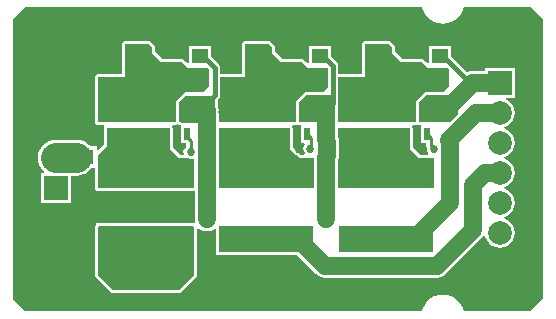
<source format=gtl>
%FSLAX25Y25*%
%MOIN*%
G70*
G01*
G75*
G04 Layer_Physical_Order=1*
G04 Layer_Color=255*
%ADD10R,0.08600X0.06000*%
%ADD11R,0.07087X0.05118*%
%ADD12R,0.02165X0.04134*%
%ADD13R,0.05118X0.07087*%
%ADD14R,0.31496X0.08661*%
%ADD15R,0.05315X0.04724*%
%ADD16C,0.03000*%
%ADD17C,0.06000*%
%ADD18C,0.02000*%
%ADD19C,0.01500*%
%ADD20C,0.01000*%
%ADD21C,0.10000*%
%ADD22C,0.07874*%
%ADD23R,0.07874X0.07874*%
%ADD24C,0.25000*%
%ADD25C,0.02700*%
G36*
X1038216Y714261D02*
Y620864D01*
X1034198Y616847D01*
X1012068D01*
X1011777Y617807D01*
X1011099Y619075D01*
X1010187Y620187D01*
X1009075Y621099D01*
X1007807Y621777D01*
X1006431Y622194D01*
X1005000Y622335D01*
X1003569Y622194D01*
X1002193Y621777D01*
X1000925Y621099D01*
X999813Y620187D01*
X998901Y619075D01*
X998223Y617807D01*
X997913Y616784D01*
X865739D01*
X861784Y620739D01*
Y714261D01*
X865739Y718216D01*
X997913D01*
X998223Y717193D01*
X998901Y715925D01*
X999813Y714813D01*
X1000925Y713901D01*
X1002193Y713223D01*
X1003569Y712806D01*
X1005000Y712665D01*
X1006431Y712806D01*
X1007807Y713223D01*
X1009075Y713901D01*
X1010187Y714813D01*
X1011099Y715925D01*
X1011777Y717193D01*
X1012087Y718216D01*
X1034261D01*
X1038216Y714261D01*
D02*
G37*
%LPC*%
G36*
X987000Y707020D02*
X979000D01*
X978610Y706942D01*
X978279Y706721D01*
X978058Y706390D01*
X977980Y706000D01*
Y696020D01*
X970192D01*
Y698593D01*
X970056Y699275D01*
X969669Y699854D01*
X969669Y699854D01*
X967657Y701866D01*
Y705394D01*
X960343D01*
Y699753D01*
X959881Y699561D01*
X959442Y700000D01*
X958721Y700721D01*
X958390Y700942D01*
X958000Y701020D01*
X951422D01*
X949020Y703422D01*
Y705000D01*
X948942Y705390D01*
X948721Y705721D01*
X947721Y706721D01*
X947390Y706942D01*
X947000Y707020D01*
X939000D01*
X938610Y706942D01*
X938279Y706721D01*
X938058Y706390D01*
X937980Y706000D01*
Y696020D01*
X930767D01*
Y698018D01*
X930767Y698018D01*
X930631Y698701D01*
X930437Y698990D01*
X930244Y699279D01*
X930244Y699279D01*
X927658Y701866D01*
Y705394D01*
X920343D01*
Y699753D01*
X919881Y699561D01*
X919442Y700000D01*
X918721Y700721D01*
X918390Y700942D01*
X918000Y701020D01*
X911422D01*
X909020Y703422D01*
Y705000D01*
X908942Y705390D01*
X908721Y705721D01*
X907721Y706721D01*
X907390Y706942D01*
X907000Y707020D01*
X899000D01*
X898610Y706942D01*
X898279Y706721D01*
X898058Y706390D01*
X897980Y706000D01*
Y696020D01*
X890000D01*
X889610Y695942D01*
X889279Y695721D01*
X889058Y695390D01*
X888980Y695000D01*
Y680000D01*
X889058Y679610D01*
X889279Y679279D01*
X889610Y679058D01*
X890000Y678980D01*
X891922D01*
X892158Y678539D01*
X892058Y678390D01*
X891980Y678000D01*
Y672422D01*
X890005Y670447D01*
X889543Y670639D01*
Y671850D01*
X887543D01*
X887163Y672313D01*
X886250Y673063D01*
X885207Y673620D01*
X884076Y673963D01*
X882900Y674079D01*
X875900D01*
X874724Y673963D01*
X873593Y673620D01*
X872550Y673063D01*
X871637Y672313D01*
X870887Y671399D01*
X870330Y670357D01*
X869987Y669226D01*
X869871Y668050D01*
X869987Y666874D01*
X870330Y665743D01*
X870887Y664701D01*
X871637Y663787D01*
X872099Y663408D01*
X871930Y662937D01*
X871063D01*
Y653063D01*
X880937D01*
Y662021D01*
X882900D01*
X884076Y662137D01*
X885207Y662480D01*
X886250Y663037D01*
X887163Y663787D01*
X887913Y664701D01*
X887930Y664732D01*
X888980D01*
Y658000D01*
X889058Y657610D01*
X889279Y657279D01*
X889610Y657058D01*
X890000Y656980D01*
X922000D01*
X922217Y656802D01*
Y654252D01*
X922229Y654163D01*
X922221Y654073D01*
X922266Y653824D01*
Y647500D01*
X922399Y646486D01*
X922069Y646110D01*
X889252D01*
Y645681D01*
X889058Y645390D01*
X888980Y645000D01*
Y629000D01*
X889058Y628610D01*
X889279Y628279D01*
X894279Y623279D01*
X894610Y623058D01*
X895000Y622980D01*
X917000D01*
X917390Y623058D01*
X917721Y623279D01*
X922721Y628279D01*
X922942Y628610D01*
X923020Y629000D01*
Y644319D01*
X923351Y644573D01*
X923468Y644631D01*
X924283Y644006D01*
X925256Y643603D01*
X926300Y643466D01*
X927344Y643603D01*
X928317Y644006D01*
X928804Y644379D01*
X929252Y644158D01*
Y635449D01*
X956405D01*
X962706Y629147D01*
X963542Y628506D01*
X964515Y628103D01*
X965559Y627965D01*
X1002956D01*
X1002956Y627965D01*
X1004000Y628103D01*
X1004973Y628506D01*
X1005809Y629147D01*
X1017853Y641191D01*
X1017853Y641191D01*
X1018494Y642027D01*
X1018494Y642027D01*
X1018696Y642229D01*
X1019080Y642196D01*
X1019190Y641711D01*
Y641711D01*
X1019190Y641711D01*
X1019687Y640510D01*
X1020479Y639479D01*
X1021510Y638688D01*
X1022711Y638190D01*
X1024000Y638020D01*
X1025289Y638190D01*
X1026490Y638688D01*
X1027521Y639479D01*
X1028312Y640510D01*
X1028810Y641711D01*
X1028980Y643000D01*
X1028810Y644289D01*
X1028312Y645490D01*
X1027521Y646521D01*
X1026490Y647312D01*
X1025434Y647750D01*
Y648250D01*
X1026490Y648688D01*
X1027521Y649479D01*
X1028312Y650510D01*
X1028810Y651711D01*
X1028980Y653000D01*
X1028810Y654289D01*
X1028312Y655490D01*
X1027521Y656521D01*
X1026490Y657312D01*
X1025434Y657750D01*
Y658250D01*
X1026490Y658687D01*
X1027521Y659479D01*
X1028312Y660510D01*
X1028810Y661711D01*
X1028980Y663000D01*
X1028810Y664289D01*
X1028312Y665490D01*
X1027521Y666521D01*
X1026490Y667312D01*
X1025434Y667750D01*
Y668250D01*
X1026490Y668687D01*
X1027521Y669479D01*
X1028312Y670510D01*
X1028810Y671711D01*
X1028980Y673000D01*
X1028810Y674289D01*
X1028312Y675490D01*
X1027521Y676521D01*
X1026490Y677313D01*
X1025434Y677750D01*
Y678250D01*
X1026490Y678687D01*
X1027521Y679479D01*
X1028312Y680510D01*
X1028810Y681711D01*
X1028980Y683000D01*
X1028810Y684289D01*
X1028312Y685490D01*
X1027521Y686521D01*
X1026490Y687313D01*
X1025862Y687573D01*
X1025959Y688063D01*
X1028937D01*
Y697937D01*
X1019063D01*
Y697035D01*
X1015000D01*
X1013956Y696897D01*
X1013016Y696508D01*
X1007658Y701866D01*
Y705394D01*
X1000342D01*
Y699753D01*
X999881Y699561D01*
X999442Y700000D01*
X998721Y700721D01*
X998390Y700942D01*
X998000Y701020D01*
X991422D01*
X989020Y703422D01*
Y705000D01*
X988942Y705390D01*
X988721Y705721D01*
X987721Y706721D01*
X987390Y706942D01*
X987000Y707020D01*
D02*
G37*
%LPD*%
G36*
X993917Y672898D02*
X993961D01*
Y672431D01*
X994000Y672234D01*
Y671000D01*
X997000Y668000D01*
X1002000D01*
Y658000D01*
X970035D01*
Y667153D01*
X970149Y667430D01*
X970223Y667992D01*
X970397Y668412D01*
X970535Y669456D01*
X970535Y669456D01*
Y673278D01*
X970535Y673278D01*
X970397Y674322D01*
X970035Y675198D01*
Y678000D01*
X993917D01*
Y672898D01*
D02*
G37*
G36*
X916546Y679114D02*
X916629Y679058D01*
X916728Y679038D01*
X916821Y679000D01*
X917657Y678834D01*
Y672898D01*
X919373D01*
Y671804D01*
X919208Y671694D01*
X918688Y670917D01*
X918506Y670000D01*
X918624Y669406D01*
X918307Y669020D01*
X917422D01*
X915020Y671422D01*
Y671803D01*
X915000Y671902D01*
Y672002D01*
X914980Y672100D01*
Y672898D01*
X914937Y673116D01*
Y678000D01*
X914859Y678390D01*
X914760Y678539D01*
X914995Y678980D01*
X916000D01*
X916390Y679058D01*
X916501Y679132D01*
X916546Y679114D01*
D02*
G37*
G36*
X956629Y679058D02*
X957020Y678980D01*
X957658D01*
Y672898D01*
X958663D01*
X958899Y672457D01*
X958538Y671917D01*
X958356Y671000D01*
X958538Y670083D01*
X958954Y669460D01*
X958719Y669020D01*
X957422D01*
X956967Y669475D01*
X956884Y669531D01*
X956812Y669602D01*
X956720Y669640D01*
X956636Y669696D01*
X956538Y669715D01*
X956511Y669726D01*
X956041Y670041D01*
X955726Y670511D01*
X955715Y670538D01*
X955696Y670636D01*
X955640Y670720D01*
X955602Y670813D01*
X955531Y670884D01*
X955475Y670967D01*
X955020Y671422D01*
Y671803D01*
X955000Y671902D01*
Y672002D01*
X954980Y672100D01*
Y672898D01*
X954937Y673116D01*
Y678000D01*
X954859Y678390D01*
X954760Y678539D01*
X954995Y678980D01*
X956000D01*
X956390Y679058D01*
X956510Y679138D01*
X956629Y679058D01*
D02*
G37*
G36*
X922000Y629000D02*
X917000Y624000D01*
X895000D01*
X890000Y629000D01*
Y645000D01*
X922000D01*
Y629000D01*
D02*
G37*
G36*
X913917Y672898D02*
X913961D01*
Y672000D01*
X914000Y671803D01*
Y671000D01*
X917000Y668000D01*
X919665D01*
X919985Y667786D01*
X920902Y667604D01*
X921614Y667745D01*
X922000Y667428D01*
Y658000D01*
X890000D01*
Y669000D01*
X893000Y672000D01*
Y678000D01*
X913917D01*
Y672898D01*
D02*
G37*
G36*
X953917D02*
X953961D01*
Y672000D01*
X954000Y671803D01*
Y671000D01*
X954754Y670246D01*
X954786Y670083D01*
X955306Y669306D01*
X956083Y668786D01*
X956246Y668754D01*
X957000Y668000D01*
X961965D01*
Y658000D01*
X930287D01*
Y678000D01*
X953917D01*
Y672898D01*
D02*
G37*
G36*
X996629Y679058D02*
X997020Y678980D01*
X997657D01*
Y672898D01*
X999471D01*
Y672000D01*
X999587Y671415D01*
X999664Y671300D01*
X999604Y671000D01*
X999786Y670083D01*
X1000202Y669460D01*
X999967Y669020D01*
X997422D01*
X995020Y671422D01*
Y672234D01*
X995000Y672333D01*
Y672433D01*
X994980Y672532D01*
Y672898D01*
X994937Y673116D01*
Y678000D01*
X994859Y678390D01*
X994760Y678539D01*
X994995Y678980D01*
X996000D01*
X996390Y679058D01*
X996510Y679138D01*
X996629Y679058D01*
D02*
G37*
G36*
X969172Y686508D02*
X969086Y686072D01*
X969058Y686031D01*
X969038Y685933D01*
X969000Y685840D01*
Y685739D01*
X968980Y685641D01*
Y684262D01*
X968993Y684196D01*
X968989Y684129D01*
X969015Y683933D01*
Y680000D01*
X957020D01*
Y686578D01*
X959422Y688980D01*
X965000D01*
X965098Y689000D01*
X969172D01*
Y686508D01*
D02*
G37*
G36*
X988000Y705000D02*
Y703000D01*
X991000Y700000D01*
X998000D01*
X1000000Y698000D01*
X1006477D01*
X1007000Y697477D01*
Y692000D01*
X1005000Y690000D01*
X999000D01*
X996000Y687000D01*
Y680000D01*
X970035D01*
Y684000D01*
X970000Y684262D01*
Y685641D01*
X970056Y685725D01*
X970192Y686408D01*
X970192Y686408D01*
X970192Y686408D01*
Y686408D01*
Y695000D01*
X979000D01*
Y706000D01*
X987000D01*
X988000Y705000D01*
D02*
G37*
G36*
X1010000Y682706D02*
X1007294Y680000D01*
X997020D01*
Y686578D01*
X999422Y688980D01*
X1005000D01*
X1005099Y689000D01*
X1010000D01*
Y682706D01*
D02*
G37*
G36*
X929210Y688533D02*
X929328Y688247D01*
X929279Y688198D01*
X929058Y687867D01*
X928980Y687477D01*
Y685149D01*
X929058Y684759D01*
X929154Y684528D01*
X929256Y683750D01*
X929192Y683265D01*
X929201Y683133D01*
X929192Y682999D01*
X929267Y682433D01*
Y680000D01*
X929028Y679709D01*
X918485D01*
X917020Y680000D01*
Y686578D01*
X919151Y688709D01*
X928946D01*
X929210Y688533D01*
D02*
G37*
G36*
X908000Y705000D02*
Y703000D01*
X911000Y700000D01*
X918000D01*
X920000Y698000D01*
X926477D01*
X927000Y697477D01*
Y692000D01*
X925000Y690000D01*
X919000D01*
X916000Y687000D01*
Y680000D01*
X890000D01*
Y695000D01*
X899000D01*
Y706000D01*
X907000D01*
X908000Y705000D01*
D02*
G37*
G36*
X948000D02*
Y703000D01*
X951000Y700000D01*
X958000D01*
X960000Y698000D01*
X966477D01*
X966623Y697853D01*
Y691623D01*
X965000Y690000D01*
X959000D01*
X956000Y687000D01*
Y680000D01*
X930287D01*
Y682500D01*
X930203Y683133D01*
X930285Y683750D01*
X930147Y684794D01*
X930000Y685149D01*
Y687477D01*
X930244Y687721D01*
X930631Y688300D01*
X930767Y688982D01*
X930767Y688982D01*
Y695000D01*
X939000D01*
Y706000D01*
X947000D01*
X948000Y705000D01*
D02*
G37*
D10*
X978000Y690000D02*
D03*
Y674000D02*
D03*
X938000Y690000D02*
D03*
Y674000D02*
D03*
X898000Y690000D02*
D03*
Y674000D02*
D03*
D11*
X885000Y679709D02*
D03*
Y668291D02*
D03*
X914000Y706000D02*
D03*
Y694583D02*
D03*
X954000Y706000D02*
D03*
Y694583D02*
D03*
X994000Y706000D02*
D03*
Y694583D02*
D03*
D12*
X912260Y675965D02*
D03*
X916000D02*
D03*
X919740D02*
D03*
Y684035D02*
D03*
X912260D02*
D03*
X952260Y675965D02*
D03*
X956000D02*
D03*
X959740D02*
D03*
Y684035D02*
D03*
X952260D02*
D03*
X992260Y675965D02*
D03*
X996000D02*
D03*
X999740D02*
D03*
Y684035D02*
D03*
X992260D02*
D03*
D13*
X893291Y700000D02*
D03*
X904709D02*
D03*
X933291D02*
D03*
X944709D02*
D03*
X973291D02*
D03*
X984709D02*
D03*
D14*
X906000Y640779D02*
D03*
Y663221D02*
D03*
X946000Y640779D02*
D03*
Y663221D02*
D03*
X986000Y640779D02*
D03*
Y663221D02*
D03*
D15*
X924000Y694551D02*
D03*
Y702032D02*
D03*
X964000Y694551D02*
D03*
Y702032D02*
D03*
X1004000Y694551D02*
D03*
Y702032D02*
D03*
D16*
X978220Y663221D02*
X986000D01*
X978000Y674000D02*
X978220Y673779D01*
X938000Y674000D02*
X938221Y673779D01*
Y663221D02*
X946000D01*
D17*
X966000Y647500D02*
Y657500D01*
X956779Y640779D02*
X965559Y632000D01*
X1002956D01*
X946000Y640779D02*
X956779D01*
X1006000Y684000D02*
X1015000Y693000D01*
X1023000D01*
X1016000Y683000D02*
X1024000D01*
X1002956Y632000D02*
X1015000Y644044D01*
Y659000D01*
X1019000Y663000D01*
X1024000D01*
X1007000Y673566D02*
X1007350Y673216D01*
X1007000Y673566D02*
Y674000D01*
X1016000Y683000D01*
X966000Y657500D02*
Y668222D01*
X966252Y668474D01*
Y669208D01*
X966500Y669456D01*
Y673278D01*
X966000Y673778D02*
X966500Y673278D01*
X966000Y673778D02*
Y684000D01*
X986000Y640779D02*
X995280D01*
X1007350Y652850D01*
Y673216D01*
X925000Y685000D02*
X926250Y683750D01*
X926252Y654252D02*
Y682500D01*
X926300Y647500D02*
Y654100D01*
X926252Y654252D02*
X926300Y654100D01*
D18*
X916000Y672000D02*
Y675965D01*
Y672000D02*
X917000Y671000D01*
X956000Y672000D02*
Y675965D01*
Y672000D02*
X957000Y671000D01*
X997931Y670500D02*
X998178Y670747D01*
Y670791D01*
X998043Y670927D02*
X998178Y670791D01*
X996000Y672431D02*
Y675965D01*
Y672431D02*
X997931Y670500D01*
X917000Y671000D02*
Y671500D01*
D19*
X966000Y684000D02*
X968408Y686408D01*
X925000Y685000D02*
X928982Y688982D01*
X1004000Y702032D02*
X1004968D01*
X964000D02*
X964968D01*
X968408Y698593D01*
Y686408D02*
Y698593D01*
X924000Y702032D02*
X924968D01*
X928982Y698018D01*
Y688982D02*
Y698018D01*
X1004968Y702032D02*
X1012500Y694500D01*
D20*
X960752Y671000D02*
X961000D01*
X919740Y674760D02*
Y675965D01*
Y674760D02*
X920902Y673598D01*
Y670000D02*
Y673598D01*
X961000Y671000D02*
Y674705D01*
X959740Y675965D02*
X961000Y674705D01*
X1001000Y672000D02*
X1002000Y671000D01*
X1001000Y672000D02*
Y674705D01*
X999740Y675965D02*
X1001000Y674705D01*
D21*
X875900Y668050D02*
X882900D01*
D22*
X1024000Y643000D02*
D03*
Y653000D02*
D03*
Y663000D02*
D03*
Y673000D02*
D03*
Y683000D02*
D03*
X876000Y678000D02*
D03*
Y668000D02*
D03*
D23*
X1024000Y693000D02*
D03*
X876000Y658000D02*
D03*
D24*
X875000Y705000D02*
D03*
Y630000D02*
D03*
D25*
X966000Y657500D02*
D03*
Y647500D02*
D03*
X926300Y654100D02*
D03*
X910000Y630000D02*
D03*
X908000Y689500D02*
D03*
X948000D02*
D03*
X955000D02*
D03*
X988000D02*
D03*
X995000D02*
D03*
X900000Y630000D02*
D03*
X1002000Y671000D02*
D03*
X998043Y670927D02*
D03*
X957000Y671000D02*
D03*
X960752D02*
D03*
X917000Y671500D02*
D03*
X920902Y670000D02*
D03*
X926300Y647500D02*
D03*
X915000Y689500D02*
D03*
M02*

</source>
